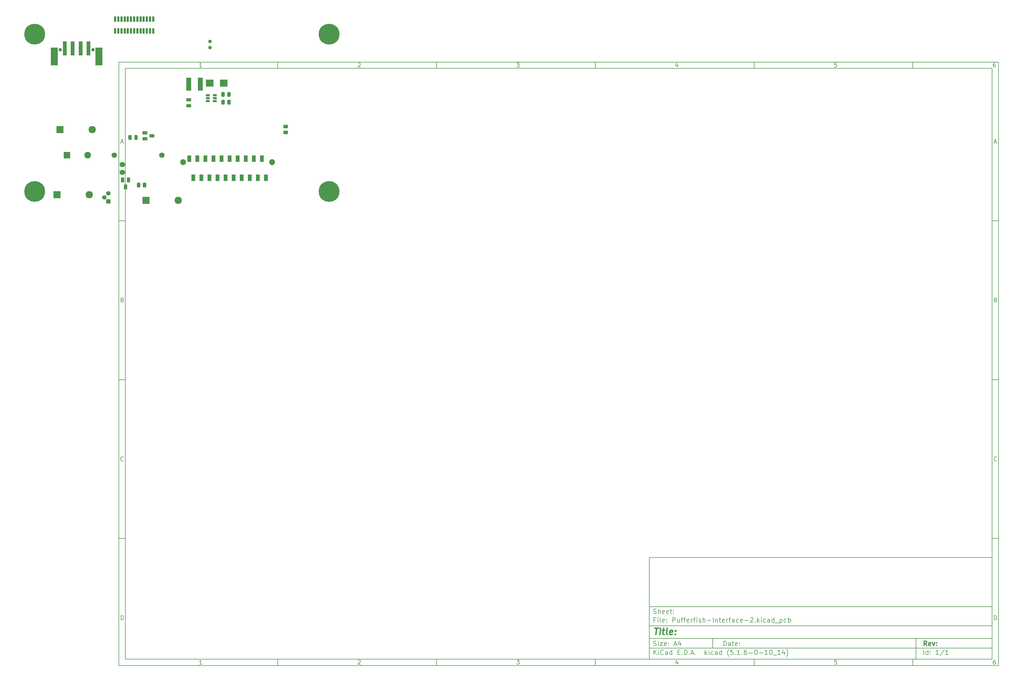
<source format=gbr>
G04 #@! TF.GenerationSoftware,KiCad,Pcbnew,(5.1.6-0-10_14)*
G04 #@! TF.CreationDate,2020-10-01T10:53:29-04:00*
G04 #@! TF.ProjectId,Pufferfish-Interface-2,50756666-6572-4666-9973-682d496e7465,rev?*
G04 #@! TF.SameCoordinates,Original*
G04 #@! TF.FileFunction,Soldermask,Bot*
G04 #@! TF.FilePolarity,Negative*
%FSLAX46Y46*%
G04 Gerber Fmt 4.6, Leading zero omitted, Abs format (unit mm)*
G04 Created by KiCad (PCBNEW (5.1.6-0-10_14)) date 2020-10-01 10:53:29*
%MOMM*%
%LPD*%
G01*
G04 APERTURE LIST*
%ADD10C,0.100000*%
%ADD11C,0.150000*%
%ADD12C,0.300000*%
%ADD13C,0.400000*%
%ADD14R,2.350000X2.220000*%
%ADD15R,1.160000X0.750000*%
%ADD16R,1.598600X4.087800*%
%ADD17C,1.090600*%
%ADD18R,2.309800X5.688000*%
%ADD19R,1.293800X4.494200*%
%ADD20R,0.700000X1.750000*%
%ADD21C,1.852600*%
%ADD22R,1.293800X2.106600*%
%ADD23C,1.700000*%
%ADD24C,6.553200*%
%ADD25O,2.300000X2.300000*%
%ADD26R,2.300000X2.300000*%
%ADD27R,2.100000X2.100000*%
%ADD28C,2.100000*%
%ADD29C,1.110000*%
%ADD30R,1.400000X1.400000*%
%ADD31C,1.400000*%
%ADD32R,1.500000X1.100000*%
%ADD33R,1.100000X1.500000*%
G04 APERTURE END LIST*
D10*
D11*
X177002200Y-166007200D02*
X177002200Y-198007200D01*
X285002200Y-198007200D01*
X285002200Y-166007200D01*
X177002200Y-166007200D01*
D10*
D11*
X10000000Y-10000000D02*
X10000000Y-200007200D01*
X287002200Y-200007200D01*
X287002200Y-10000000D01*
X10000000Y-10000000D01*
D10*
D11*
X12000000Y-12000000D02*
X12000000Y-198007200D01*
X285002200Y-198007200D01*
X285002200Y-12000000D01*
X12000000Y-12000000D01*
D10*
D11*
X60000000Y-12000000D02*
X60000000Y-10000000D01*
D10*
D11*
X110000000Y-12000000D02*
X110000000Y-10000000D01*
D10*
D11*
X160000000Y-12000000D02*
X160000000Y-10000000D01*
D10*
D11*
X210000000Y-12000000D02*
X210000000Y-10000000D01*
D10*
D11*
X260000000Y-12000000D02*
X260000000Y-10000000D01*
D10*
D11*
X36065476Y-11588095D02*
X35322619Y-11588095D01*
X35694047Y-11588095D02*
X35694047Y-10288095D01*
X35570238Y-10473809D01*
X35446428Y-10597619D01*
X35322619Y-10659523D01*
D10*
D11*
X85322619Y-10411904D02*
X85384523Y-10350000D01*
X85508333Y-10288095D01*
X85817857Y-10288095D01*
X85941666Y-10350000D01*
X86003571Y-10411904D01*
X86065476Y-10535714D01*
X86065476Y-10659523D01*
X86003571Y-10845238D01*
X85260714Y-11588095D01*
X86065476Y-11588095D01*
D10*
D11*
X135260714Y-10288095D02*
X136065476Y-10288095D01*
X135632142Y-10783333D01*
X135817857Y-10783333D01*
X135941666Y-10845238D01*
X136003571Y-10907142D01*
X136065476Y-11030952D01*
X136065476Y-11340476D01*
X136003571Y-11464285D01*
X135941666Y-11526190D01*
X135817857Y-11588095D01*
X135446428Y-11588095D01*
X135322619Y-11526190D01*
X135260714Y-11464285D01*
D10*
D11*
X185941666Y-10721428D02*
X185941666Y-11588095D01*
X185632142Y-10226190D02*
X185322619Y-11154761D01*
X186127380Y-11154761D01*
D10*
D11*
X236003571Y-10288095D02*
X235384523Y-10288095D01*
X235322619Y-10907142D01*
X235384523Y-10845238D01*
X235508333Y-10783333D01*
X235817857Y-10783333D01*
X235941666Y-10845238D01*
X236003571Y-10907142D01*
X236065476Y-11030952D01*
X236065476Y-11340476D01*
X236003571Y-11464285D01*
X235941666Y-11526190D01*
X235817857Y-11588095D01*
X235508333Y-11588095D01*
X235384523Y-11526190D01*
X235322619Y-11464285D01*
D10*
D11*
X285941666Y-10288095D02*
X285694047Y-10288095D01*
X285570238Y-10350000D01*
X285508333Y-10411904D01*
X285384523Y-10597619D01*
X285322619Y-10845238D01*
X285322619Y-11340476D01*
X285384523Y-11464285D01*
X285446428Y-11526190D01*
X285570238Y-11588095D01*
X285817857Y-11588095D01*
X285941666Y-11526190D01*
X286003571Y-11464285D01*
X286065476Y-11340476D01*
X286065476Y-11030952D01*
X286003571Y-10907142D01*
X285941666Y-10845238D01*
X285817857Y-10783333D01*
X285570238Y-10783333D01*
X285446428Y-10845238D01*
X285384523Y-10907142D01*
X285322619Y-11030952D01*
D10*
D11*
X60000000Y-198007200D02*
X60000000Y-200007200D01*
D10*
D11*
X110000000Y-198007200D02*
X110000000Y-200007200D01*
D10*
D11*
X160000000Y-198007200D02*
X160000000Y-200007200D01*
D10*
D11*
X210000000Y-198007200D02*
X210000000Y-200007200D01*
D10*
D11*
X260000000Y-198007200D02*
X260000000Y-200007200D01*
D10*
D11*
X36065476Y-199595295D02*
X35322619Y-199595295D01*
X35694047Y-199595295D02*
X35694047Y-198295295D01*
X35570238Y-198481009D01*
X35446428Y-198604819D01*
X35322619Y-198666723D01*
D10*
D11*
X85322619Y-198419104D02*
X85384523Y-198357200D01*
X85508333Y-198295295D01*
X85817857Y-198295295D01*
X85941666Y-198357200D01*
X86003571Y-198419104D01*
X86065476Y-198542914D01*
X86065476Y-198666723D01*
X86003571Y-198852438D01*
X85260714Y-199595295D01*
X86065476Y-199595295D01*
D10*
D11*
X135260714Y-198295295D02*
X136065476Y-198295295D01*
X135632142Y-198790533D01*
X135817857Y-198790533D01*
X135941666Y-198852438D01*
X136003571Y-198914342D01*
X136065476Y-199038152D01*
X136065476Y-199347676D01*
X136003571Y-199471485D01*
X135941666Y-199533390D01*
X135817857Y-199595295D01*
X135446428Y-199595295D01*
X135322619Y-199533390D01*
X135260714Y-199471485D01*
D10*
D11*
X185941666Y-198728628D02*
X185941666Y-199595295D01*
X185632142Y-198233390D02*
X185322619Y-199161961D01*
X186127380Y-199161961D01*
D10*
D11*
X236003571Y-198295295D02*
X235384523Y-198295295D01*
X235322619Y-198914342D01*
X235384523Y-198852438D01*
X235508333Y-198790533D01*
X235817857Y-198790533D01*
X235941666Y-198852438D01*
X236003571Y-198914342D01*
X236065476Y-199038152D01*
X236065476Y-199347676D01*
X236003571Y-199471485D01*
X235941666Y-199533390D01*
X235817857Y-199595295D01*
X235508333Y-199595295D01*
X235384523Y-199533390D01*
X235322619Y-199471485D01*
D10*
D11*
X285941666Y-198295295D02*
X285694047Y-198295295D01*
X285570238Y-198357200D01*
X285508333Y-198419104D01*
X285384523Y-198604819D01*
X285322619Y-198852438D01*
X285322619Y-199347676D01*
X285384523Y-199471485D01*
X285446428Y-199533390D01*
X285570238Y-199595295D01*
X285817857Y-199595295D01*
X285941666Y-199533390D01*
X286003571Y-199471485D01*
X286065476Y-199347676D01*
X286065476Y-199038152D01*
X286003571Y-198914342D01*
X285941666Y-198852438D01*
X285817857Y-198790533D01*
X285570238Y-198790533D01*
X285446428Y-198852438D01*
X285384523Y-198914342D01*
X285322619Y-199038152D01*
D10*
D11*
X10000000Y-60000000D02*
X12000000Y-60000000D01*
D10*
D11*
X10000000Y-110000000D02*
X12000000Y-110000000D01*
D10*
D11*
X10000000Y-160000000D02*
X12000000Y-160000000D01*
D10*
D11*
X10690476Y-35216666D02*
X11309523Y-35216666D01*
X10566666Y-35588095D02*
X11000000Y-34288095D01*
X11433333Y-35588095D01*
D10*
D11*
X11092857Y-84907142D02*
X11278571Y-84969047D01*
X11340476Y-85030952D01*
X11402380Y-85154761D01*
X11402380Y-85340476D01*
X11340476Y-85464285D01*
X11278571Y-85526190D01*
X11154761Y-85588095D01*
X10659523Y-85588095D01*
X10659523Y-84288095D01*
X11092857Y-84288095D01*
X11216666Y-84350000D01*
X11278571Y-84411904D01*
X11340476Y-84535714D01*
X11340476Y-84659523D01*
X11278571Y-84783333D01*
X11216666Y-84845238D01*
X11092857Y-84907142D01*
X10659523Y-84907142D01*
D10*
D11*
X11402380Y-135464285D02*
X11340476Y-135526190D01*
X11154761Y-135588095D01*
X11030952Y-135588095D01*
X10845238Y-135526190D01*
X10721428Y-135402380D01*
X10659523Y-135278571D01*
X10597619Y-135030952D01*
X10597619Y-134845238D01*
X10659523Y-134597619D01*
X10721428Y-134473809D01*
X10845238Y-134350000D01*
X11030952Y-134288095D01*
X11154761Y-134288095D01*
X11340476Y-134350000D01*
X11402380Y-134411904D01*
D10*
D11*
X10659523Y-185588095D02*
X10659523Y-184288095D01*
X10969047Y-184288095D01*
X11154761Y-184350000D01*
X11278571Y-184473809D01*
X11340476Y-184597619D01*
X11402380Y-184845238D01*
X11402380Y-185030952D01*
X11340476Y-185278571D01*
X11278571Y-185402380D01*
X11154761Y-185526190D01*
X10969047Y-185588095D01*
X10659523Y-185588095D01*
D10*
D11*
X287002200Y-60000000D02*
X285002200Y-60000000D01*
D10*
D11*
X287002200Y-110000000D02*
X285002200Y-110000000D01*
D10*
D11*
X287002200Y-160000000D02*
X285002200Y-160000000D01*
D10*
D11*
X285692676Y-35216666D02*
X286311723Y-35216666D01*
X285568866Y-35588095D02*
X286002200Y-34288095D01*
X286435533Y-35588095D01*
D10*
D11*
X286095057Y-84907142D02*
X286280771Y-84969047D01*
X286342676Y-85030952D01*
X286404580Y-85154761D01*
X286404580Y-85340476D01*
X286342676Y-85464285D01*
X286280771Y-85526190D01*
X286156961Y-85588095D01*
X285661723Y-85588095D01*
X285661723Y-84288095D01*
X286095057Y-84288095D01*
X286218866Y-84350000D01*
X286280771Y-84411904D01*
X286342676Y-84535714D01*
X286342676Y-84659523D01*
X286280771Y-84783333D01*
X286218866Y-84845238D01*
X286095057Y-84907142D01*
X285661723Y-84907142D01*
D10*
D11*
X286404580Y-135464285D02*
X286342676Y-135526190D01*
X286156961Y-135588095D01*
X286033152Y-135588095D01*
X285847438Y-135526190D01*
X285723628Y-135402380D01*
X285661723Y-135278571D01*
X285599819Y-135030952D01*
X285599819Y-134845238D01*
X285661723Y-134597619D01*
X285723628Y-134473809D01*
X285847438Y-134350000D01*
X286033152Y-134288095D01*
X286156961Y-134288095D01*
X286342676Y-134350000D01*
X286404580Y-134411904D01*
D10*
D11*
X285661723Y-185588095D02*
X285661723Y-184288095D01*
X285971247Y-184288095D01*
X286156961Y-184350000D01*
X286280771Y-184473809D01*
X286342676Y-184597619D01*
X286404580Y-184845238D01*
X286404580Y-185030952D01*
X286342676Y-185278571D01*
X286280771Y-185402380D01*
X286156961Y-185526190D01*
X285971247Y-185588095D01*
X285661723Y-185588095D01*
D10*
D11*
X200434342Y-193785771D02*
X200434342Y-192285771D01*
X200791485Y-192285771D01*
X201005771Y-192357200D01*
X201148628Y-192500057D01*
X201220057Y-192642914D01*
X201291485Y-192928628D01*
X201291485Y-193142914D01*
X201220057Y-193428628D01*
X201148628Y-193571485D01*
X201005771Y-193714342D01*
X200791485Y-193785771D01*
X200434342Y-193785771D01*
X202577200Y-193785771D02*
X202577200Y-193000057D01*
X202505771Y-192857200D01*
X202362914Y-192785771D01*
X202077200Y-192785771D01*
X201934342Y-192857200D01*
X202577200Y-193714342D02*
X202434342Y-193785771D01*
X202077200Y-193785771D01*
X201934342Y-193714342D01*
X201862914Y-193571485D01*
X201862914Y-193428628D01*
X201934342Y-193285771D01*
X202077200Y-193214342D01*
X202434342Y-193214342D01*
X202577200Y-193142914D01*
X203077200Y-192785771D02*
X203648628Y-192785771D01*
X203291485Y-192285771D02*
X203291485Y-193571485D01*
X203362914Y-193714342D01*
X203505771Y-193785771D01*
X203648628Y-193785771D01*
X204720057Y-193714342D02*
X204577200Y-193785771D01*
X204291485Y-193785771D01*
X204148628Y-193714342D01*
X204077200Y-193571485D01*
X204077200Y-193000057D01*
X204148628Y-192857200D01*
X204291485Y-192785771D01*
X204577200Y-192785771D01*
X204720057Y-192857200D01*
X204791485Y-193000057D01*
X204791485Y-193142914D01*
X204077200Y-193285771D01*
X205434342Y-193642914D02*
X205505771Y-193714342D01*
X205434342Y-193785771D01*
X205362914Y-193714342D01*
X205434342Y-193642914D01*
X205434342Y-193785771D01*
X205434342Y-192857200D02*
X205505771Y-192928628D01*
X205434342Y-193000057D01*
X205362914Y-192928628D01*
X205434342Y-192857200D01*
X205434342Y-193000057D01*
D10*
D11*
X177002200Y-194507200D02*
X285002200Y-194507200D01*
D10*
D11*
X178434342Y-196585771D02*
X178434342Y-195085771D01*
X179291485Y-196585771D02*
X178648628Y-195728628D01*
X179291485Y-195085771D02*
X178434342Y-195942914D01*
X179934342Y-196585771D02*
X179934342Y-195585771D01*
X179934342Y-195085771D02*
X179862914Y-195157200D01*
X179934342Y-195228628D01*
X180005771Y-195157200D01*
X179934342Y-195085771D01*
X179934342Y-195228628D01*
X181505771Y-196442914D02*
X181434342Y-196514342D01*
X181220057Y-196585771D01*
X181077200Y-196585771D01*
X180862914Y-196514342D01*
X180720057Y-196371485D01*
X180648628Y-196228628D01*
X180577200Y-195942914D01*
X180577200Y-195728628D01*
X180648628Y-195442914D01*
X180720057Y-195300057D01*
X180862914Y-195157200D01*
X181077200Y-195085771D01*
X181220057Y-195085771D01*
X181434342Y-195157200D01*
X181505771Y-195228628D01*
X182791485Y-196585771D02*
X182791485Y-195800057D01*
X182720057Y-195657200D01*
X182577200Y-195585771D01*
X182291485Y-195585771D01*
X182148628Y-195657200D01*
X182791485Y-196514342D02*
X182648628Y-196585771D01*
X182291485Y-196585771D01*
X182148628Y-196514342D01*
X182077200Y-196371485D01*
X182077200Y-196228628D01*
X182148628Y-196085771D01*
X182291485Y-196014342D01*
X182648628Y-196014342D01*
X182791485Y-195942914D01*
X184148628Y-196585771D02*
X184148628Y-195085771D01*
X184148628Y-196514342D02*
X184005771Y-196585771D01*
X183720057Y-196585771D01*
X183577200Y-196514342D01*
X183505771Y-196442914D01*
X183434342Y-196300057D01*
X183434342Y-195871485D01*
X183505771Y-195728628D01*
X183577200Y-195657200D01*
X183720057Y-195585771D01*
X184005771Y-195585771D01*
X184148628Y-195657200D01*
X186005771Y-195800057D02*
X186505771Y-195800057D01*
X186720057Y-196585771D02*
X186005771Y-196585771D01*
X186005771Y-195085771D01*
X186720057Y-195085771D01*
X187362914Y-196442914D02*
X187434342Y-196514342D01*
X187362914Y-196585771D01*
X187291485Y-196514342D01*
X187362914Y-196442914D01*
X187362914Y-196585771D01*
X188077200Y-196585771D02*
X188077200Y-195085771D01*
X188434342Y-195085771D01*
X188648628Y-195157200D01*
X188791485Y-195300057D01*
X188862914Y-195442914D01*
X188934342Y-195728628D01*
X188934342Y-195942914D01*
X188862914Y-196228628D01*
X188791485Y-196371485D01*
X188648628Y-196514342D01*
X188434342Y-196585771D01*
X188077200Y-196585771D01*
X189577200Y-196442914D02*
X189648628Y-196514342D01*
X189577200Y-196585771D01*
X189505771Y-196514342D01*
X189577200Y-196442914D01*
X189577200Y-196585771D01*
X190220057Y-196157200D02*
X190934342Y-196157200D01*
X190077200Y-196585771D02*
X190577200Y-195085771D01*
X191077200Y-196585771D01*
X191577200Y-196442914D02*
X191648628Y-196514342D01*
X191577200Y-196585771D01*
X191505771Y-196514342D01*
X191577200Y-196442914D01*
X191577200Y-196585771D01*
X194577200Y-196585771D02*
X194577200Y-195085771D01*
X194720057Y-196014342D02*
X195148628Y-196585771D01*
X195148628Y-195585771D02*
X194577200Y-196157200D01*
X195791485Y-196585771D02*
X195791485Y-195585771D01*
X195791485Y-195085771D02*
X195720057Y-195157200D01*
X195791485Y-195228628D01*
X195862914Y-195157200D01*
X195791485Y-195085771D01*
X195791485Y-195228628D01*
X197148628Y-196514342D02*
X197005771Y-196585771D01*
X196720057Y-196585771D01*
X196577200Y-196514342D01*
X196505771Y-196442914D01*
X196434342Y-196300057D01*
X196434342Y-195871485D01*
X196505771Y-195728628D01*
X196577200Y-195657200D01*
X196720057Y-195585771D01*
X197005771Y-195585771D01*
X197148628Y-195657200D01*
X198434342Y-196585771D02*
X198434342Y-195800057D01*
X198362914Y-195657200D01*
X198220057Y-195585771D01*
X197934342Y-195585771D01*
X197791485Y-195657200D01*
X198434342Y-196514342D02*
X198291485Y-196585771D01*
X197934342Y-196585771D01*
X197791485Y-196514342D01*
X197720057Y-196371485D01*
X197720057Y-196228628D01*
X197791485Y-196085771D01*
X197934342Y-196014342D01*
X198291485Y-196014342D01*
X198434342Y-195942914D01*
X199791485Y-196585771D02*
X199791485Y-195085771D01*
X199791485Y-196514342D02*
X199648628Y-196585771D01*
X199362914Y-196585771D01*
X199220057Y-196514342D01*
X199148628Y-196442914D01*
X199077200Y-196300057D01*
X199077200Y-195871485D01*
X199148628Y-195728628D01*
X199220057Y-195657200D01*
X199362914Y-195585771D01*
X199648628Y-195585771D01*
X199791485Y-195657200D01*
X202077200Y-197157200D02*
X202005771Y-197085771D01*
X201862914Y-196871485D01*
X201791485Y-196728628D01*
X201720057Y-196514342D01*
X201648628Y-196157200D01*
X201648628Y-195871485D01*
X201720057Y-195514342D01*
X201791485Y-195300057D01*
X201862914Y-195157200D01*
X202005771Y-194942914D01*
X202077200Y-194871485D01*
X203362914Y-195085771D02*
X202648628Y-195085771D01*
X202577200Y-195800057D01*
X202648628Y-195728628D01*
X202791485Y-195657200D01*
X203148628Y-195657200D01*
X203291485Y-195728628D01*
X203362914Y-195800057D01*
X203434342Y-195942914D01*
X203434342Y-196300057D01*
X203362914Y-196442914D01*
X203291485Y-196514342D01*
X203148628Y-196585771D01*
X202791485Y-196585771D01*
X202648628Y-196514342D01*
X202577200Y-196442914D01*
X204077200Y-196442914D02*
X204148628Y-196514342D01*
X204077200Y-196585771D01*
X204005771Y-196514342D01*
X204077200Y-196442914D01*
X204077200Y-196585771D01*
X205577200Y-196585771D02*
X204720057Y-196585771D01*
X205148628Y-196585771D02*
X205148628Y-195085771D01*
X205005771Y-195300057D01*
X204862914Y-195442914D01*
X204720057Y-195514342D01*
X206220057Y-196442914D02*
X206291485Y-196514342D01*
X206220057Y-196585771D01*
X206148628Y-196514342D01*
X206220057Y-196442914D01*
X206220057Y-196585771D01*
X207577200Y-195085771D02*
X207291485Y-195085771D01*
X207148628Y-195157200D01*
X207077200Y-195228628D01*
X206934342Y-195442914D01*
X206862914Y-195728628D01*
X206862914Y-196300057D01*
X206934342Y-196442914D01*
X207005771Y-196514342D01*
X207148628Y-196585771D01*
X207434342Y-196585771D01*
X207577200Y-196514342D01*
X207648628Y-196442914D01*
X207720057Y-196300057D01*
X207720057Y-195942914D01*
X207648628Y-195800057D01*
X207577200Y-195728628D01*
X207434342Y-195657200D01*
X207148628Y-195657200D01*
X207005771Y-195728628D01*
X206934342Y-195800057D01*
X206862914Y-195942914D01*
X208362914Y-196014342D02*
X209505771Y-196014342D01*
X210505771Y-195085771D02*
X210648628Y-195085771D01*
X210791485Y-195157200D01*
X210862914Y-195228628D01*
X210934342Y-195371485D01*
X211005771Y-195657200D01*
X211005771Y-196014342D01*
X210934342Y-196300057D01*
X210862914Y-196442914D01*
X210791485Y-196514342D01*
X210648628Y-196585771D01*
X210505771Y-196585771D01*
X210362914Y-196514342D01*
X210291485Y-196442914D01*
X210220057Y-196300057D01*
X210148628Y-196014342D01*
X210148628Y-195657200D01*
X210220057Y-195371485D01*
X210291485Y-195228628D01*
X210362914Y-195157200D01*
X210505771Y-195085771D01*
X211648628Y-196014342D02*
X212791485Y-196014342D01*
X214291485Y-196585771D02*
X213434342Y-196585771D01*
X213862914Y-196585771D02*
X213862914Y-195085771D01*
X213720057Y-195300057D01*
X213577200Y-195442914D01*
X213434342Y-195514342D01*
X215220057Y-195085771D02*
X215362914Y-195085771D01*
X215505771Y-195157200D01*
X215577200Y-195228628D01*
X215648628Y-195371485D01*
X215720057Y-195657200D01*
X215720057Y-196014342D01*
X215648628Y-196300057D01*
X215577200Y-196442914D01*
X215505771Y-196514342D01*
X215362914Y-196585771D01*
X215220057Y-196585771D01*
X215077200Y-196514342D01*
X215005771Y-196442914D01*
X214934342Y-196300057D01*
X214862914Y-196014342D01*
X214862914Y-195657200D01*
X214934342Y-195371485D01*
X215005771Y-195228628D01*
X215077200Y-195157200D01*
X215220057Y-195085771D01*
X216005771Y-196728628D02*
X217148628Y-196728628D01*
X218291485Y-196585771D02*
X217434342Y-196585771D01*
X217862914Y-196585771D02*
X217862914Y-195085771D01*
X217720057Y-195300057D01*
X217577200Y-195442914D01*
X217434342Y-195514342D01*
X219577200Y-195585771D02*
X219577200Y-196585771D01*
X219220057Y-195014342D02*
X218862914Y-196085771D01*
X219791485Y-196085771D01*
X220220057Y-197157200D02*
X220291485Y-197085771D01*
X220434342Y-196871485D01*
X220505771Y-196728628D01*
X220577200Y-196514342D01*
X220648628Y-196157200D01*
X220648628Y-195871485D01*
X220577200Y-195514342D01*
X220505771Y-195300057D01*
X220434342Y-195157200D01*
X220291485Y-194942914D01*
X220220057Y-194871485D01*
D10*
D11*
X177002200Y-191507200D02*
X285002200Y-191507200D01*
D10*
D12*
X264411485Y-193785771D02*
X263911485Y-193071485D01*
X263554342Y-193785771D02*
X263554342Y-192285771D01*
X264125771Y-192285771D01*
X264268628Y-192357200D01*
X264340057Y-192428628D01*
X264411485Y-192571485D01*
X264411485Y-192785771D01*
X264340057Y-192928628D01*
X264268628Y-193000057D01*
X264125771Y-193071485D01*
X263554342Y-193071485D01*
X265625771Y-193714342D02*
X265482914Y-193785771D01*
X265197200Y-193785771D01*
X265054342Y-193714342D01*
X264982914Y-193571485D01*
X264982914Y-193000057D01*
X265054342Y-192857200D01*
X265197200Y-192785771D01*
X265482914Y-192785771D01*
X265625771Y-192857200D01*
X265697200Y-193000057D01*
X265697200Y-193142914D01*
X264982914Y-193285771D01*
X266197200Y-192785771D02*
X266554342Y-193785771D01*
X266911485Y-192785771D01*
X267482914Y-193642914D02*
X267554342Y-193714342D01*
X267482914Y-193785771D01*
X267411485Y-193714342D01*
X267482914Y-193642914D01*
X267482914Y-193785771D01*
X267482914Y-192857200D02*
X267554342Y-192928628D01*
X267482914Y-193000057D01*
X267411485Y-192928628D01*
X267482914Y-192857200D01*
X267482914Y-193000057D01*
D10*
D11*
X178362914Y-193714342D02*
X178577200Y-193785771D01*
X178934342Y-193785771D01*
X179077200Y-193714342D01*
X179148628Y-193642914D01*
X179220057Y-193500057D01*
X179220057Y-193357200D01*
X179148628Y-193214342D01*
X179077200Y-193142914D01*
X178934342Y-193071485D01*
X178648628Y-193000057D01*
X178505771Y-192928628D01*
X178434342Y-192857200D01*
X178362914Y-192714342D01*
X178362914Y-192571485D01*
X178434342Y-192428628D01*
X178505771Y-192357200D01*
X178648628Y-192285771D01*
X179005771Y-192285771D01*
X179220057Y-192357200D01*
X179862914Y-193785771D02*
X179862914Y-192785771D01*
X179862914Y-192285771D02*
X179791485Y-192357200D01*
X179862914Y-192428628D01*
X179934342Y-192357200D01*
X179862914Y-192285771D01*
X179862914Y-192428628D01*
X180434342Y-192785771D02*
X181220057Y-192785771D01*
X180434342Y-193785771D01*
X181220057Y-193785771D01*
X182362914Y-193714342D02*
X182220057Y-193785771D01*
X181934342Y-193785771D01*
X181791485Y-193714342D01*
X181720057Y-193571485D01*
X181720057Y-193000057D01*
X181791485Y-192857200D01*
X181934342Y-192785771D01*
X182220057Y-192785771D01*
X182362914Y-192857200D01*
X182434342Y-193000057D01*
X182434342Y-193142914D01*
X181720057Y-193285771D01*
X183077200Y-193642914D02*
X183148628Y-193714342D01*
X183077200Y-193785771D01*
X183005771Y-193714342D01*
X183077200Y-193642914D01*
X183077200Y-193785771D01*
X183077200Y-192857200D02*
X183148628Y-192928628D01*
X183077200Y-193000057D01*
X183005771Y-192928628D01*
X183077200Y-192857200D01*
X183077200Y-193000057D01*
X184862914Y-193357200D02*
X185577200Y-193357200D01*
X184720057Y-193785771D02*
X185220057Y-192285771D01*
X185720057Y-193785771D01*
X186862914Y-192785771D02*
X186862914Y-193785771D01*
X186505771Y-192214342D02*
X186148628Y-193285771D01*
X187077200Y-193285771D01*
D10*
D11*
X263434342Y-196585771D02*
X263434342Y-195085771D01*
X264791485Y-196585771D02*
X264791485Y-195085771D01*
X264791485Y-196514342D02*
X264648628Y-196585771D01*
X264362914Y-196585771D01*
X264220057Y-196514342D01*
X264148628Y-196442914D01*
X264077200Y-196300057D01*
X264077200Y-195871485D01*
X264148628Y-195728628D01*
X264220057Y-195657200D01*
X264362914Y-195585771D01*
X264648628Y-195585771D01*
X264791485Y-195657200D01*
X265505771Y-196442914D02*
X265577200Y-196514342D01*
X265505771Y-196585771D01*
X265434342Y-196514342D01*
X265505771Y-196442914D01*
X265505771Y-196585771D01*
X265505771Y-195657200D02*
X265577200Y-195728628D01*
X265505771Y-195800057D01*
X265434342Y-195728628D01*
X265505771Y-195657200D01*
X265505771Y-195800057D01*
X268148628Y-196585771D02*
X267291485Y-196585771D01*
X267720057Y-196585771D02*
X267720057Y-195085771D01*
X267577200Y-195300057D01*
X267434342Y-195442914D01*
X267291485Y-195514342D01*
X269862914Y-195014342D02*
X268577200Y-196942914D01*
X271148628Y-196585771D02*
X270291485Y-196585771D01*
X270720057Y-196585771D02*
X270720057Y-195085771D01*
X270577200Y-195300057D01*
X270434342Y-195442914D01*
X270291485Y-195514342D01*
D10*
D11*
X177002200Y-187507200D02*
X285002200Y-187507200D01*
D10*
D13*
X178714580Y-188211961D02*
X179857438Y-188211961D01*
X179036009Y-190211961D02*
X179286009Y-188211961D01*
X180274104Y-190211961D02*
X180440771Y-188878628D01*
X180524104Y-188211961D02*
X180416961Y-188307200D01*
X180500295Y-188402438D01*
X180607438Y-188307200D01*
X180524104Y-188211961D01*
X180500295Y-188402438D01*
X181107438Y-188878628D02*
X181869342Y-188878628D01*
X181476485Y-188211961D02*
X181262200Y-189926247D01*
X181333628Y-190116723D01*
X181512200Y-190211961D01*
X181702676Y-190211961D01*
X182655057Y-190211961D02*
X182476485Y-190116723D01*
X182405057Y-189926247D01*
X182619342Y-188211961D01*
X184190771Y-190116723D02*
X183988390Y-190211961D01*
X183607438Y-190211961D01*
X183428866Y-190116723D01*
X183357438Y-189926247D01*
X183452676Y-189164342D01*
X183571723Y-188973866D01*
X183774104Y-188878628D01*
X184155057Y-188878628D01*
X184333628Y-188973866D01*
X184405057Y-189164342D01*
X184381247Y-189354819D01*
X183405057Y-189545295D01*
X185155057Y-190021485D02*
X185238390Y-190116723D01*
X185131247Y-190211961D01*
X185047914Y-190116723D01*
X185155057Y-190021485D01*
X185131247Y-190211961D01*
X185286009Y-188973866D02*
X185369342Y-189069104D01*
X185262200Y-189164342D01*
X185178866Y-189069104D01*
X185286009Y-188973866D01*
X185262200Y-189164342D01*
D10*
D11*
X178934342Y-185600057D02*
X178434342Y-185600057D01*
X178434342Y-186385771D02*
X178434342Y-184885771D01*
X179148628Y-184885771D01*
X179720057Y-186385771D02*
X179720057Y-185385771D01*
X179720057Y-184885771D02*
X179648628Y-184957200D01*
X179720057Y-185028628D01*
X179791485Y-184957200D01*
X179720057Y-184885771D01*
X179720057Y-185028628D01*
X180648628Y-186385771D02*
X180505771Y-186314342D01*
X180434342Y-186171485D01*
X180434342Y-184885771D01*
X181791485Y-186314342D02*
X181648628Y-186385771D01*
X181362914Y-186385771D01*
X181220057Y-186314342D01*
X181148628Y-186171485D01*
X181148628Y-185600057D01*
X181220057Y-185457200D01*
X181362914Y-185385771D01*
X181648628Y-185385771D01*
X181791485Y-185457200D01*
X181862914Y-185600057D01*
X181862914Y-185742914D01*
X181148628Y-185885771D01*
X182505771Y-186242914D02*
X182577200Y-186314342D01*
X182505771Y-186385771D01*
X182434342Y-186314342D01*
X182505771Y-186242914D01*
X182505771Y-186385771D01*
X182505771Y-185457200D02*
X182577200Y-185528628D01*
X182505771Y-185600057D01*
X182434342Y-185528628D01*
X182505771Y-185457200D01*
X182505771Y-185600057D01*
X184362914Y-186385771D02*
X184362914Y-184885771D01*
X184934342Y-184885771D01*
X185077200Y-184957200D01*
X185148628Y-185028628D01*
X185220057Y-185171485D01*
X185220057Y-185385771D01*
X185148628Y-185528628D01*
X185077200Y-185600057D01*
X184934342Y-185671485D01*
X184362914Y-185671485D01*
X186505771Y-185385771D02*
X186505771Y-186385771D01*
X185862914Y-185385771D02*
X185862914Y-186171485D01*
X185934342Y-186314342D01*
X186077200Y-186385771D01*
X186291485Y-186385771D01*
X186434342Y-186314342D01*
X186505771Y-186242914D01*
X187005771Y-185385771D02*
X187577200Y-185385771D01*
X187220057Y-186385771D02*
X187220057Y-185100057D01*
X187291485Y-184957200D01*
X187434342Y-184885771D01*
X187577200Y-184885771D01*
X187862914Y-185385771D02*
X188434342Y-185385771D01*
X188077200Y-186385771D02*
X188077200Y-185100057D01*
X188148628Y-184957200D01*
X188291485Y-184885771D01*
X188434342Y-184885771D01*
X189505771Y-186314342D02*
X189362914Y-186385771D01*
X189077200Y-186385771D01*
X188934342Y-186314342D01*
X188862914Y-186171485D01*
X188862914Y-185600057D01*
X188934342Y-185457200D01*
X189077200Y-185385771D01*
X189362914Y-185385771D01*
X189505771Y-185457200D01*
X189577200Y-185600057D01*
X189577200Y-185742914D01*
X188862914Y-185885771D01*
X190220057Y-186385771D02*
X190220057Y-185385771D01*
X190220057Y-185671485D02*
X190291485Y-185528628D01*
X190362914Y-185457200D01*
X190505771Y-185385771D01*
X190648628Y-185385771D01*
X190934342Y-185385771D02*
X191505771Y-185385771D01*
X191148628Y-186385771D02*
X191148628Y-185100057D01*
X191220057Y-184957200D01*
X191362914Y-184885771D01*
X191505771Y-184885771D01*
X192005771Y-186385771D02*
X192005771Y-185385771D01*
X192005771Y-184885771D02*
X191934342Y-184957200D01*
X192005771Y-185028628D01*
X192077200Y-184957200D01*
X192005771Y-184885771D01*
X192005771Y-185028628D01*
X192648628Y-186314342D02*
X192791485Y-186385771D01*
X193077200Y-186385771D01*
X193220057Y-186314342D01*
X193291485Y-186171485D01*
X193291485Y-186100057D01*
X193220057Y-185957200D01*
X193077200Y-185885771D01*
X192862914Y-185885771D01*
X192720057Y-185814342D01*
X192648628Y-185671485D01*
X192648628Y-185600057D01*
X192720057Y-185457200D01*
X192862914Y-185385771D01*
X193077200Y-185385771D01*
X193220057Y-185457200D01*
X193934342Y-186385771D02*
X193934342Y-184885771D01*
X194577200Y-186385771D02*
X194577200Y-185600057D01*
X194505771Y-185457200D01*
X194362914Y-185385771D01*
X194148628Y-185385771D01*
X194005771Y-185457200D01*
X193934342Y-185528628D01*
X195291485Y-185814342D02*
X196434342Y-185814342D01*
X197148628Y-186385771D02*
X197148628Y-184885771D01*
X197862914Y-185385771D02*
X197862914Y-186385771D01*
X197862914Y-185528628D02*
X197934342Y-185457200D01*
X198077200Y-185385771D01*
X198291485Y-185385771D01*
X198434342Y-185457200D01*
X198505771Y-185600057D01*
X198505771Y-186385771D01*
X199005771Y-185385771D02*
X199577200Y-185385771D01*
X199220057Y-184885771D02*
X199220057Y-186171485D01*
X199291485Y-186314342D01*
X199434342Y-186385771D01*
X199577200Y-186385771D01*
X200648628Y-186314342D02*
X200505771Y-186385771D01*
X200220057Y-186385771D01*
X200077200Y-186314342D01*
X200005771Y-186171485D01*
X200005771Y-185600057D01*
X200077200Y-185457200D01*
X200220057Y-185385771D01*
X200505771Y-185385771D01*
X200648628Y-185457200D01*
X200720057Y-185600057D01*
X200720057Y-185742914D01*
X200005771Y-185885771D01*
X201362914Y-186385771D02*
X201362914Y-185385771D01*
X201362914Y-185671485D02*
X201434342Y-185528628D01*
X201505771Y-185457200D01*
X201648628Y-185385771D01*
X201791485Y-185385771D01*
X202077200Y-185385771D02*
X202648628Y-185385771D01*
X202291485Y-186385771D02*
X202291485Y-185100057D01*
X202362914Y-184957200D01*
X202505771Y-184885771D01*
X202648628Y-184885771D01*
X203791485Y-186385771D02*
X203791485Y-185600057D01*
X203720057Y-185457200D01*
X203577200Y-185385771D01*
X203291485Y-185385771D01*
X203148628Y-185457200D01*
X203791485Y-186314342D02*
X203648628Y-186385771D01*
X203291485Y-186385771D01*
X203148628Y-186314342D01*
X203077200Y-186171485D01*
X203077200Y-186028628D01*
X203148628Y-185885771D01*
X203291485Y-185814342D01*
X203648628Y-185814342D01*
X203791485Y-185742914D01*
X205148628Y-186314342D02*
X205005771Y-186385771D01*
X204720057Y-186385771D01*
X204577200Y-186314342D01*
X204505771Y-186242914D01*
X204434342Y-186100057D01*
X204434342Y-185671485D01*
X204505771Y-185528628D01*
X204577200Y-185457200D01*
X204720057Y-185385771D01*
X205005771Y-185385771D01*
X205148628Y-185457200D01*
X206362914Y-186314342D02*
X206220057Y-186385771D01*
X205934342Y-186385771D01*
X205791485Y-186314342D01*
X205720057Y-186171485D01*
X205720057Y-185600057D01*
X205791485Y-185457200D01*
X205934342Y-185385771D01*
X206220057Y-185385771D01*
X206362914Y-185457200D01*
X206434342Y-185600057D01*
X206434342Y-185742914D01*
X205720057Y-185885771D01*
X207077200Y-185814342D02*
X208220057Y-185814342D01*
X208862914Y-185028628D02*
X208934342Y-184957200D01*
X209077200Y-184885771D01*
X209434342Y-184885771D01*
X209577200Y-184957200D01*
X209648628Y-185028628D01*
X209720057Y-185171485D01*
X209720057Y-185314342D01*
X209648628Y-185528628D01*
X208791485Y-186385771D01*
X209720057Y-186385771D01*
X210362914Y-186242914D02*
X210434342Y-186314342D01*
X210362914Y-186385771D01*
X210291485Y-186314342D01*
X210362914Y-186242914D01*
X210362914Y-186385771D01*
X211077200Y-186385771D02*
X211077200Y-184885771D01*
X211220057Y-185814342D02*
X211648628Y-186385771D01*
X211648628Y-185385771D02*
X211077200Y-185957200D01*
X212291485Y-186385771D02*
X212291485Y-185385771D01*
X212291485Y-184885771D02*
X212220057Y-184957200D01*
X212291485Y-185028628D01*
X212362914Y-184957200D01*
X212291485Y-184885771D01*
X212291485Y-185028628D01*
X213648628Y-186314342D02*
X213505771Y-186385771D01*
X213220057Y-186385771D01*
X213077200Y-186314342D01*
X213005771Y-186242914D01*
X212934342Y-186100057D01*
X212934342Y-185671485D01*
X213005771Y-185528628D01*
X213077200Y-185457200D01*
X213220057Y-185385771D01*
X213505771Y-185385771D01*
X213648628Y-185457200D01*
X214934342Y-186385771D02*
X214934342Y-185600057D01*
X214862914Y-185457200D01*
X214720057Y-185385771D01*
X214434342Y-185385771D01*
X214291485Y-185457200D01*
X214934342Y-186314342D02*
X214791485Y-186385771D01*
X214434342Y-186385771D01*
X214291485Y-186314342D01*
X214220057Y-186171485D01*
X214220057Y-186028628D01*
X214291485Y-185885771D01*
X214434342Y-185814342D01*
X214791485Y-185814342D01*
X214934342Y-185742914D01*
X216291485Y-186385771D02*
X216291485Y-184885771D01*
X216291485Y-186314342D02*
X216148628Y-186385771D01*
X215862914Y-186385771D01*
X215720057Y-186314342D01*
X215648628Y-186242914D01*
X215577200Y-186100057D01*
X215577200Y-185671485D01*
X215648628Y-185528628D01*
X215720057Y-185457200D01*
X215862914Y-185385771D01*
X216148628Y-185385771D01*
X216291485Y-185457200D01*
X216648628Y-186528628D02*
X217791485Y-186528628D01*
X218148628Y-185385771D02*
X218148628Y-186885771D01*
X218148628Y-185457200D02*
X218291485Y-185385771D01*
X218577200Y-185385771D01*
X218720057Y-185457200D01*
X218791485Y-185528628D01*
X218862914Y-185671485D01*
X218862914Y-186100057D01*
X218791485Y-186242914D01*
X218720057Y-186314342D01*
X218577200Y-186385771D01*
X218291485Y-186385771D01*
X218148628Y-186314342D01*
X220148628Y-186314342D02*
X220005771Y-186385771D01*
X219720057Y-186385771D01*
X219577200Y-186314342D01*
X219505771Y-186242914D01*
X219434342Y-186100057D01*
X219434342Y-185671485D01*
X219505771Y-185528628D01*
X219577200Y-185457200D01*
X219720057Y-185385771D01*
X220005771Y-185385771D01*
X220148628Y-185457200D01*
X220791485Y-186385771D02*
X220791485Y-184885771D01*
X220791485Y-185457200D02*
X220934342Y-185385771D01*
X221220057Y-185385771D01*
X221362914Y-185457200D01*
X221434342Y-185528628D01*
X221505771Y-185671485D01*
X221505771Y-186100057D01*
X221434342Y-186242914D01*
X221362914Y-186314342D01*
X221220057Y-186385771D01*
X220934342Y-186385771D01*
X220791485Y-186314342D01*
D10*
D11*
X177002200Y-181507200D02*
X285002200Y-181507200D01*
D10*
D11*
X178362914Y-183614342D02*
X178577200Y-183685771D01*
X178934342Y-183685771D01*
X179077200Y-183614342D01*
X179148628Y-183542914D01*
X179220057Y-183400057D01*
X179220057Y-183257200D01*
X179148628Y-183114342D01*
X179077200Y-183042914D01*
X178934342Y-182971485D01*
X178648628Y-182900057D01*
X178505771Y-182828628D01*
X178434342Y-182757200D01*
X178362914Y-182614342D01*
X178362914Y-182471485D01*
X178434342Y-182328628D01*
X178505771Y-182257200D01*
X178648628Y-182185771D01*
X179005771Y-182185771D01*
X179220057Y-182257200D01*
X179862914Y-183685771D02*
X179862914Y-182185771D01*
X180505771Y-183685771D02*
X180505771Y-182900057D01*
X180434342Y-182757200D01*
X180291485Y-182685771D01*
X180077200Y-182685771D01*
X179934342Y-182757200D01*
X179862914Y-182828628D01*
X181791485Y-183614342D02*
X181648628Y-183685771D01*
X181362914Y-183685771D01*
X181220057Y-183614342D01*
X181148628Y-183471485D01*
X181148628Y-182900057D01*
X181220057Y-182757200D01*
X181362914Y-182685771D01*
X181648628Y-182685771D01*
X181791485Y-182757200D01*
X181862914Y-182900057D01*
X181862914Y-183042914D01*
X181148628Y-183185771D01*
X183077200Y-183614342D02*
X182934342Y-183685771D01*
X182648628Y-183685771D01*
X182505771Y-183614342D01*
X182434342Y-183471485D01*
X182434342Y-182900057D01*
X182505771Y-182757200D01*
X182648628Y-182685771D01*
X182934342Y-182685771D01*
X183077200Y-182757200D01*
X183148628Y-182900057D01*
X183148628Y-183042914D01*
X182434342Y-183185771D01*
X183577200Y-182685771D02*
X184148628Y-182685771D01*
X183791485Y-182185771D02*
X183791485Y-183471485D01*
X183862914Y-183614342D01*
X184005771Y-183685771D01*
X184148628Y-183685771D01*
X184648628Y-183542914D02*
X184720057Y-183614342D01*
X184648628Y-183685771D01*
X184577200Y-183614342D01*
X184648628Y-183542914D01*
X184648628Y-183685771D01*
X184648628Y-182757200D02*
X184720057Y-182828628D01*
X184648628Y-182900057D01*
X184577200Y-182828628D01*
X184648628Y-182757200D01*
X184648628Y-182900057D01*
D10*
D11*
X197002200Y-191507200D02*
X197002200Y-194507200D01*
D10*
D11*
X261002200Y-191507200D02*
X261002200Y-198007200D01*
D14*
X38623240Y-16634460D03*
X42993240Y-16634460D03*
D15*
X37988060Y-21371560D03*
X37988060Y-20421560D03*
X37988060Y-22321560D03*
X40188060Y-22321560D03*
X40188060Y-21371560D03*
X40188060Y-20421560D03*
G36*
G01*
X44118240Y-23140590D02*
X44118240Y-22178090D01*
G75*
G02*
X44386990Y-21909340I268750J0D01*
G01*
X44924490Y-21909340D01*
G75*
G02*
X45193240Y-22178090I0J-268750D01*
G01*
X45193240Y-23140590D01*
G75*
G02*
X44924490Y-23409340I-268750J0D01*
G01*
X44386990Y-23409340D01*
G75*
G02*
X44118240Y-23140590I0J268750D01*
G01*
G37*
G36*
G01*
X42243240Y-23140590D02*
X42243240Y-22178090D01*
G75*
G02*
X42511990Y-21909340I268750J0D01*
G01*
X43049490Y-21909340D01*
G75*
G02*
X43318240Y-22178090I0J-268750D01*
G01*
X43318240Y-23140590D01*
G75*
G02*
X43049490Y-23409340I-268750J0D01*
G01*
X42511990Y-23409340D01*
G75*
G02*
X42243240Y-23140590I0J268750D01*
G01*
G37*
G36*
G01*
X43285220Y-19732070D02*
X43285220Y-20694570D01*
G75*
G02*
X43016470Y-20963320I-268750J0D01*
G01*
X42478970Y-20963320D01*
G75*
G02*
X42210220Y-20694570I0J268750D01*
G01*
X42210220Y-19732070D01*
G75*
G02*
X42478970Y-19463320I268750J0D01*
G01*
X43016470Y-19463320D01*
G75*
G02*
X43285220Y-19732070I0J-268750D01*
G01*
G37*
G36*
G01*
X45160220Y-19732070D02*
X45160220Y-20694570D01*
G75*
G02*
X44891470Y-20963320I-268750J0D01*
G01*
X44353970Y-20963320D01*
G75*
G02*
X44085220Y-20694570I0J268750D01*
G01*
X44085220Y-19732070D01*
G75*
G02*
X44353970Y-19463320I268750J0D01*
G01*
X44891470Y-19463320D01*
G75*
G02*
X45160220Y-19732070I0J-268750D01*
G01*
G37*
D16*
X35616700Y-17005300D03*
X32016700Y-17005300D03*
G36*
G01*
X31494810Y-23224680D02*
X32457310Y-23224680D01*
G75*
G02*
X32726060Y-23493430I0J-268750D01*
G01*
X32726060Y-24030930D01*
G75*
G02*
X32457310Y-24299680I-268750J0D01*
G01*
X31494810Y-24299680D01*
G75*
G02*
X31226060Y-24030930I0J268750D01*
G01*
X31226060Y-23493430D01*
G75*
G02*
X31494810Y-23224680I268750J0D01*
G01*
G37*
G36*
G01*
X31494810Y-21349680D02*
X32457310Y-21349680D01*
G75*
G02*
X32726060Y-21618430I0J-268750D01*
G01*
X32726060Y-22155930D01*
G75*
G02*
X32457310Y-22424680I-268750J0D01*
G01*
X31494810Y-22424680D01*
G75*
G02*
X31226060Y-22155930I0J268750D01*
G01*
X31226060Y-21618430D01*
G75*
G02*
X31494810Y-21349680I268750J0D01*
G01*
G37*
D17*
X1812417Y-6124592D03*
X-8487537Y-6124592D03*
D18*
X3712440Y-8226552D03*
X-10387560Y-8226552D03*
D19*
X412440Y-5724652D03*
X-2087560Y-5724652D03*
X-4587560Y-5724652D03*
X-7087560Y-5724652D03*
D20*
X8795000Y-209640D03*
X14795000Y-209640D03*
X10795000Y-209640D03*
X18795000Y-209640D03*
X16795000Y-209640D03*
X12795000Y-209640D03*
X11795000Y-209640D03*
X19795000Y-209640D03*
X20795000Y-209640D03*
X13795000Y-209640D03*
X17795000Y-209640D03*
X15795000Y-209640D03*
X9795000Y-209640D03*
X8795000Y3515360D03*
X9795000Y3515360D03*
X13795000Y3515360D03*
X11795000Y3515360D03*
X12795000Y3515360D03*
X10795000Y3515360D03*
X20795000Y3515360D03*
X19795000Y3515360D03*
X18795000Y3515360D03*
X17795000Y3515360D03*
X16795000Y3515360D03*
X15795000Y3515360D03*
X14795000Y3515360D03*
D21*
X58206640Y-41506140D03*
X30215840Y-41506140D03*
D22*
X56276240Y-46408340D03*
X55006240Y-40413940D03*
X53736240Y-46408340D03*
X52466240Y-40413940D03*
X51196240Y-46408340D03*
X49926240Y-40413940D03*
X48656240Y-46408340D03*
X47386240Y-40413940D03*
X46116240Y-46408340D03*
X44846240Y-40413940D03*
X43576240Y-46408340D03*
X42306240Y-40413940D03*
X41036240Y-46408340D03*
X39766240Y-40413940D03*
X38496240Y-46408340D03*
X37226240Y-40413940D03*
X35956240Y-46408340D03*
X34686240Y-40413940D03*
X33416240Y-46408340D03*
X32146240Y-40413940D03*
D23*
X11102000Y-44770000D03*
X11102000Y-42270000D03*
X8502000Y-39370000D03*
X23502000Y-39370000D03*
G36*
G01*
X62018750Y-31650000D02*
X62981250Y-31650000D01*
G75*
G02*
X63250000Y-31918750I0J-268750D01*
G01*
X63250000Y-32456250D01*
G75*
G02*
X62981250Y-32725000I-268750J0D01*
G01*
X62018750Y-32725000D01*
G75*
G02*
X61750000Y-32456250I0J268750D01*
G01*
X61750000Y-31918750D01*
G75*
G02*
X62018750Y-31650000I268750J0D01*
G01*
G37*
G36*
G01*
X62018750Y-29775000D02*
X62981250Y-29775000D01*
G75*
G02*
X63250000Y-30043750I0J-268750D01*
G01*
X63250000Y-30581250D01*
G75*
G02*
X62981250Y-30850000I-268750J0D01*
G01*
X62018750Y-30850000D01*
G75*
G02*
X61750000Y-30581250I0J268750D01*
G01*
X61750000Y-30043750D01*
G75*
G02*
X62018750Y-29775000I268750J0D01*
G01*
G37*
D24*
X76200000Y-50800000D03*
X76200000Y-1270000D03*
X-16510000Y-50800000D03*
X-16510000Y-1270000D03*
D25*
X645380Y-51745980D03*
D26*
X-9514620Y-51745980D03*
D27*
X-6370000Y-39370000D03*
D28*
X130000Y-39370000D03*
D29*
X38650000Y-3550000D03*
X38650000Y-5450000D03*
D30*
X6630000Y-53920000D03*
D31*
X6630000Y-51380000D03*
X5360000Y-52650000D03*
D32*
X20376060Y-33258760D03*
X18176060Y-32308760D03*
X18176060Y-34208760D03*
D33*
X12070120Y-49355100D03*
X13020120Y-47155100D03*
X11120120Y-47155100D03*
G36*
G01*
X14037600Y-33282970D02*
X14037600Y-34245470D01*
G75*
G02*
X13768850Y-34514220I-268750J0D01*
G01*
X13231350Y-34514220D01*
G75*
G02*
X12962600Y-34245470I0J268750D01*
G01*
X12962600Y-33282970D01*
G75*
G02*
X13231350Y-33014220I268750J0D01*
G01*
X13768850Y-33014220D01*
G75*
G02*
X14037600Y-33282970I0J-268750D01*
G01*
G37*
G36*
G01*
X15912600Y-33282970D02*
X15912600Y-34245470D01*
G75*
G02*
X15643850Y-34514220I-268750J0D01*
G01*
X15106350Y-34514220D01*
G75*
G02*
X14837600Y-34245470I0J268750D01*
G01*
X14837600Y-33282970D01*
G75*
G02*
X15106350Y-33014220I268750J0D01*
G01*
X15643850Y-33014220D01*
G75*
G02*
X15912600Y-33282970I0J-268750D01*
G01*
G37*
G36*
G01*
X17524680Y-49216230D02*
X17524680Y-48253730D01*
G75*
G02*
X17793430Y-47984980I268750J0D01*
G01*
X18330930Y-47984980D01*
G75*
G02*
X18599680Y-48253730I0J-268750D01*
G01*
X18599680Y-49216230D01*
G75*
G02*
X18330930Y-49484980I-268750J0D01*
G01*
X17793430Y-49484980D01*
G75*
G02*
X17524680Y-49216230I0J268750D01*
G01*
G37*
G36*
G01*
X15649680Y-49216230D02*
X15649680Y-48253730D01*
G75*
G02*
X15918430Y-47984980I268750J0D01*
G01*
X16455930Y-47984980D01*
G75*
G02*
X16724680Y-48253730I0J-268750D01*
G01*
X16724680Y-49216230D01*
G75*
G02*
X16455930Y-49484980I-268750J0D01*
G01*
X15918430Y-49484980D01*
G75*
G02*
X15649680Y-49216230I0J268750D01*
G01*
G37*
D25*
X1550000Y-31250000D03*
D26*
X-8610000Y-31250000D03*
D25*
X28702000Y-53594000D03*
D26*
X18542000Y-53594000D03*
M02*

</source>
